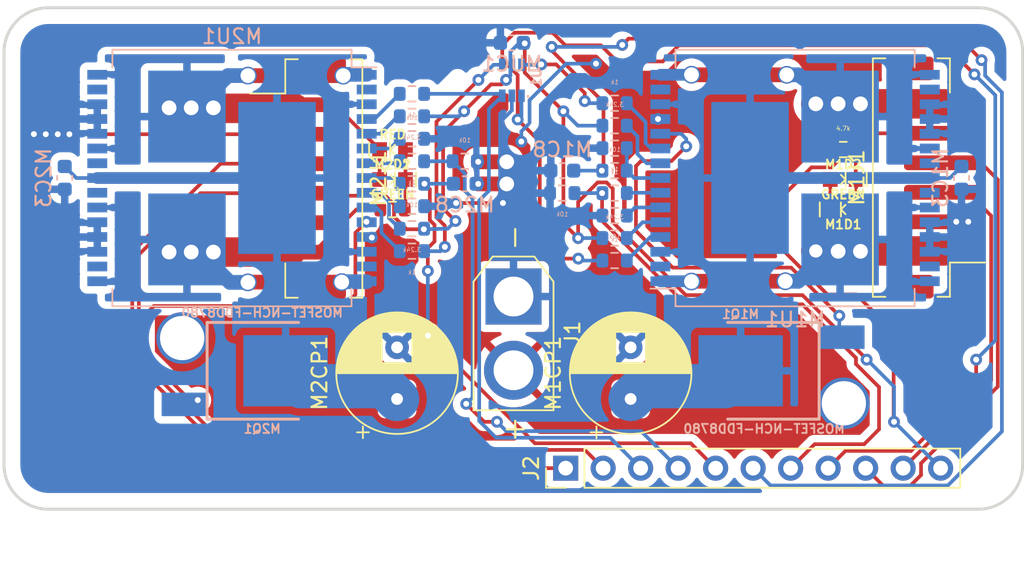
<source format=kicad_pcb>
(kicad_pcb (version 20211014) (generator pcbnew)
  (layers (0 "F.Cu" signal) (31 "B.Cu" signal) (34 "B.Paste" user) (35 "F.Paste" user) (36 "B.SilkS" user "B.Silkscreen") (37 "F.SilkS" user "F.Silkscreen") (38 "B.Mask" user) (39 "F.Mask" user) (44 "Edge.Cuts" user))
  (net 0 "")
  (net 1 "/M2CP")
  (net 2 "Net-(M2C3-Pad1)")
  (net 3 "/M1CP")
  (net 4 "Net-(M1C3-Pad1)")
  (net 5 "/M2INB")
  (net 6 "Net-(M2R10-Pad2)")
  (net 7 "/M2CS")
  (net 8 "Net-(M2R81-Pad2)")
  (net 9 "Net-(M1D1-Pad2)")
  (net 10 "/M1OUTA")
  (net 11 "/M1INA")
  (net 12 "Net-(M1R4-Pad2)")
  (net 13 "+3V3")
  (net 14 "Net-(M1R5-Pad2)")
  (net 15 "/M1CSDIS")
  (net 16 "Net-(M1R9-Pad2)")
  (net 17 "/M1INB")
  (net 18 "Net-(M1R10-Pad2)")
  (net 19 "/M1PWM")
  (net 20 "Net-(M1R71-Pad2)")
  (net 21 "/M1CS")
  (net 22 "Net-(M1R81-Pad2)")
  (net 23 "/M2PWM")
  (net 24 "Net-(M2R71-Pad2)")
  (net 25 "Net-(M2D1-Pad2)")
  (net 26 "/M2OUTA")
  (net 27 "/M2INA")
  (net 28 "Net-(M2R4-Pad2)")
  (net 29 "Net-(M2R5-Pad2)")
  (net 30 "/M2CSDIS")
  (net 31 "Net-(M2R9-Pad2)")
  (net 34 "/M1OUTB")
  (net 41 "/M2OUTB")
  (net 46 "/M1C2")
  (net 47 "/M1C1")
  (net 48 "/M2C2")
  (net 49 "/M2C1")
  (net 50 "GND")
  (net 51 "+12V")
  (footprint "LED:LED-0603" (layer "F.Cu") (at 183.833 104.6282)
    (fp_text reference "M1D2")
    (fp_text value "GREEN")
  )
  (footprint "Connector_JST:JST_PH_B6B-PH-SM4-TB_1x06-1MP_P2.00mm_Vertical" (layer "F.Cu") (at 146.896346 104.557 -90)
    (fp_text reference "M2J1")
    (fp_text value "Conn_01x06_Female")
  )
  (footprint "Capacitor_THT:CP_Radial_D8.0mm_P3.50mm" (layer "F.Cu") (at 153.609418 119.508651 90)
    (fp_text reference "M2CP1")
    (fp_text value "680µF")
  )
  (footprint "Resistor_SMD:R_0603_1608Metric" (layer "F.Cu") (at 183.833 102.5962 180)
    (fp_text reference "M1R0" hide)
    (fp_text value "4.7k")
  )
  (footprint "Capacitor_THT:CP_Radial_D8.0mm_P3.50mm" (layer "F.Cu") (at 169.431 119.508651 90)
    (fp_text reference "M1CP1")
    (fp_text value "680µF")
  )
  (footprint "Connector_JST:JST_PH_B6B-PH-SM4-TB_1x06-1MP_P2.00mm_Vertical" (layer "F.Cu") (at 190.2 104.4958 90)
    (fp_text reference "M1J1")
    (fp_text value "Conn_01x06_Female")
  )
  (footprint "Resistor_SMD:R_0603_1608Metric" (layer "F.Cu") (at 153.3017 106.6602 180)
    (fp_text reference "M2R0" hide)
    (fp_text value "4.7k")
  )
  (footprint "LED:LED-0603" (layer "F.Cu") (at 183.833 106.6602 180)
    (fp_text reference "M1D1")
    (fp_text value "RED")
  )
  (footprint "LED:LED-0603" (layer "F.Cu") (at 153.3017 102.5962 180)
    (fp_text reference "M2D1")
    (fp_text value "RED")
  )
  (footprint "Connector_AMASS:AMASS_XT30U-F_1x02_P5.0mm_Vertical" (layer "F.Cu") (at 161.4974 112.562 -90)
    (fp_text reference "J1")
    (fp_text value "Conn_01x02_Female")
  )
  (footprint "Connector_PinHeader_2.54mm:PinHeader_1x11_P2.54mm_Vertical" (layer "F.Cu") (at 165.0302 124.2 90)
    (fp_text reference "J2")
    (fp_text value "Conn_01x11_Male")
  )
  (footprint "LED:LED-0603" (layer "F.Cu") (at 153.3017 104.6282)
    (fp_text reference "M2D2")
    (fp_text value "GREEN")
  )
  (footprint "Resistor_SMD:R_0603_1608Metric" (layer "B.Cu") (at 154.6158 101.867235)
    (fp_text reference "M2R6" hide)
    (fp_text value "10k")
  )
  (footprint "Resistor_SMD:R_0603_1608Metric" (layer "B.Cu") (at 154.6158 100.343235 180)
    (fp_text reference "M2R5" hide)
    (fp_text value "3.24k")
  )
  (footprint "Capacitor_SMD:C_0603_1608Metric" (layer "B.Cu") (at 158.1954 104.915235)
    (fp_text reference "M2C8")
    (fp_text value "33nF")
  )
  (footprint "Package_SO:ST_MultiPowerSO-30" (layer "B.Cu") (at 142.4258 104.5264 180)
    (fp_text reference "M2U1")
    (fp_text value "VNH5019A-E")
  )
  (footprint "Resistor_SMD:R_0603_1608Metric" (layer "B.Cu") (at 154.6158 104.915235 180)
    (fp_text reference "M2R81" hide)
    (fp_text value "10k")
  )
  (footprint "Resistor_SMD:R_0603_1608Metric" (layer "B.Cu") (at 154.6158 103.391235 180)
    (fp_text reference "M2R71" hide)
    (fp_text value "1k")
  )
  (footprint "Resistor_SMD:R_0603_1608Metric" (layer "B.Cu") (at 168.3464 105.550235)
    (fp_text reference "M1R71" hide)
    (fp_text value "1k")
  )
  (footprint "Resistor_SMD:R_0603_1608Metric" (layer "B.Cu") (at 168.3464 104.026235)
    (fp_text reference "M1R81" hide)
    (fp_text value "10k")
  )
  (footprint "Resistor_SMD:R_0603_1608Metric" (layer "B.Cu") (at 168.3464 110.122235)
    (fp_text reference "M1R4" hide)
    (fp_text value "1k")
  )
  (footprint "Resistor_SMD:R_0603_1608Metric" (layer "B.Cu") (at 164.7994 105.550235 180)
    (fp_text reference "M1R72" hide)
    (fp_text value "10k")
  )
  (footprint "Resistor_SMD:R_0603_1608Metric" (layer "B.Cu") (at 158.1954 103.391235)
    (fp_text reference "M2R72" hide)
    (fp_text value "10k")
  )
  (footprint "Silicon-Standard:DPAK" (layer "B.Cu") (at 144.469135 117.597 90)
    (fp_text reference "M2Q1")
    (fp_text value "MOSFET-NCH-FDD8780")
  )
  (footprint "74LVC2G07GW_125:SOP65P210X110-6N" (layer "B.Cu") (at 161.3854 97.9 90)
    (fp_text reference "U1")
    (fp_text value "74LVC2G07GW,125")
  )
  (footprint "Package_SO:ST_MultiPowerSO-30" (layer "B.Cu") (at 180.5702 104.5264)
    (fp_text reference "M1U1")
    (fp_text value "VNH5019A-E")
  )
  (footprint "Resistor_SMD:R_0603_1608Metric" (layer "B.Cu") (at 154.6158 98.819235 180)
    (fp_text reference "M2R4" hide)
    (fp_text value "1k")
  )
  (footprint "Resistor_SMD:R_0603_1608Metric" (layer "B.Cu") (at 168.3464 107.074235 180)
    (fp_text reference "M1R6" hide)
    (fp_text value "10k")
  )
  (footprint "Capacitor_SMD:C_0603_1608Metric" (layer "B.Cu") (at 191.844982 104.516 -90)
    (fp_text reference "M1C3")
    (fp_text value "1µf")
  )
  (footprint "Capacitor_SMD:C_0603_1608Metric" (layer "B.Cu") (at 161.3854 95.36)
    (fp_text reference "MUC1")
    (fp_text value "0.1µF")
  )
  (footprint "Resistor_SMD:R_0603_1608Metric" (layer "B.Cu") (at 168.3464 99.454235)
    (fp_text reference "M1R10" hide)
    (fp_text value "1k")
  )
  (footprint "Resistor_SMD:R_0603_1608Metric" (layer "B.Cu") (at 168.3464 100.978235)
    (fp_text reference "M1R9" hide)
    (fp_text value "3.24k")
  )
  (footprint "Resistor_SMD:R_0603_1608Metric" (layer "B.Cu") (at 168.3464 108.598235)
    (fp_text reference "M1R5" hide)
    (fp_text value "3.24k")
  )
  (footprint "Silicon-Standard:DPAK" (layer "B.Cu") (at 178.471247 117.597 -90)
    (fp_text reference "M1Q1")
    (fp_text value "MOSFET-NCH-FDD8780")
  )
  (footprint "Resistor_SMD:R_0603_1608Metric" (layer "B.Cu") (at 168.3464 102.502235 180)
    (fp_text reference "M1R82" hide)
    (fp_text value "1k")
  )
  (footprint "Capacitor_SMD:C_0603_1608Metric" (layer "B.Cu") (at 164.7994 104.026235 180)
    (fp_text reference "M1C8")
    (fp_text value "33nF")
  )
  (footprint "Resistor_SMD:R_0603_1608Metric" (layer "B.Cu") (at 154.6158 109.487235 180)
    (fp_text reference "M2R10" hide)
    (fp_text value "1k")
  )
  (footprint "Resistor_SMD:R_0603_1608Metric" (layer "B.Cu") (at 154.6158 107.963235 180)
    (fp_text reference "M2R9" hide)
    (fp_text value "3.24k")
  )
  (footprint "Resistor_SMD:R_0603_1608Metric" (layer "B.Cu") (at 154.6158 106.439235)
    (fp_text reference "M2R82" hide)
    (fp_text value "1k")
  )
  (footprint "Capacitor_SMD:C_0603_1608Metric" (layer "B.Cu") (at 131.0954 104.516 -90)
    (fp_text reference "M2C3")
    (fp_text value "1µf")
  )
  (gr_line (start 195.9864 95.982) (end 195.9864 123.982) (layer "Edge.Cuts") (width 0.2))
  (gr_line (start 126.9864 123.982) (end 126.9864 95.982) (layer "Edge.Cuts") (width 0.2))
  (gr_line (start 129.9864 92.982) (end 192.9864 92.982) (layer "Edge.Cuts") (width 0.2))
  (gr_arc (start 192.9864 92.982) (mid 195.10772 93.86068) (end 195.9864 95.982) (layer "Edge.Cuts") (width 0.2))
  (gr_arc (start 126.9864 95.982) (mid 127.86508 93.86068) (end 129.9864 92.982) (layer "Edge.Cuts") (width 0.2))
  (gr_arc (start 195.9864 123.982) (mid 195.10772 126.10332) (end 192.9864 126.982) (layer "Edge.Cuts") (width 0.2))
  (gr_arc (start 129.9864 126.982) (mid 127.86508 126.10332) (end 126.9864 123.982) (layer "Edge.Cuts") (width 0.2))
  (gr_line (start 192.9864 126.982) (end 129.9864 126.982) (layer "Edge.Cuts") (width 0.2))
  (segment (start 150.786574 108.242626) (end 151.5364 107.4928) (width 0.25) (layer "F.Cu") (net 1))
  (segment (start 136.56812 116.576884) (end 136.56812 113.77428) (width 0.25) (layer "F.Cu") (net 1))
  (segment (start 140.1064 119.5832) (end 139.574436 119.5832) (width 0.25) (layer "F.Cu") (net 1))
  (segment (start 139.574436 119.5832) (end 136.56812 116.576884) (width 0.25) (layer "F.Cu") (net 1))
  (segment (start 136.56812 113.77428) (end 137.1346 113.2078) (width 0.25) (layer "F.Cu") (net 1))
  (segment (start 150.008039 113.2078) (end 150.786574 112.429265) (width 0.25) (layer "F.Cu") (net 1))
  (segment (start 150.786574 112.429265) (end 150.786574 108.242626) (width 0.25) (layer "F.Cu") (net 1))
  (segment (start 137.1346 113.2078) (end 150.008039 113.2078) (width 0.25) (layer "F.Cu") (net 1))
  (via (at 140.1064 119.5832) (size 0.8) (drill 0.4) (layers "F.Cu" "B.Cu") (net 1))
  (via (at 151.5364 107.4928) (size 0.8) (drill 0.4) (layers "F.Cu" "B.Cu") (net 1))
  (segment (start 152.742002 118.641235) (end 153.609418 119.508651) (width 3) (layer "B.Cu") (net 2))
  (segment (start 131.8808 104.5264) (end 133.3008 104.5264) (width 0.25) (layer "B.Cu") (net 2))
  (segment (start 146.056635 117.597) (end 147.10087 118.641235) (width 3) (layer "B.Cu") (net 2))
  (segment (start 145.4758 104.5264) (end 133.3008 104.5264) (width 0.8) (layer "B.Cu") (net 2))
  (segment (start 147.10087 118.641235) (end 152.742002 118.641235) (width 3) (layer "B.Cu") (net 2))
  (segment (start 131.0954 103.741) (end 131.8808 104.5264) (width 0.25) (layer "B.Cu") (net 2))
  (segment (start 169.792379 108.116979) (end 172.277289 110.601889) (width 0.25) (layer "F.Cu") (net 3))
  (segment (start 180.303271 110.601889) (end 183.564582 113.8632) (width 0.25) (layer "F.Cu") (net 3))
  (segment (start 170.1334 103.378) (end 169.792379 103.719021) (width 0.25) (layer "F.Cu") (net 3))
  (segment (start 173.19588 102.37648) (end 172.19436 103.378) (width 0.25) (layer "F.Cu") (net 3))
  (segment (start 172.277289 110.601889) (end 180.303271 110.601889) (width 0.25) (layer "F.Cu") (net 3))
  (segment (start 172.19436 103.378) (end 170.1334 103.378) (width 0.25) (layer "F.Cu") (net 3))
  (segment (start 169.792379 103.719021) (end 169.792379 108.116979) (width 0.25) (layer "F.Cu") (net 3))
  (via (at 173.19588 102.37648) (size 0.8) (drill 0.4) (layers "F.Cu" "B.Cu") (net 3))
  (via (at 183.564582 113.8632) (size 0.8) (drill 0.4) (layers "F.Cu" "B.Cu") (net 3))
  (segment (start 183.564582 115.103355) (end 183.779847 115.31862) (width 0.25) (layer "B.Cu") (net 3))
  (segment (start 183.564582 113.8632) (end 183.564582 115.103355) (width 0.25) (layer "B.Cu") (net 3))
  (segment (start 173.19588 102.37648) (end 173.19588 101.86848) (width 0.25) (layer "B.Cu") (net 3))
  (segment (start 173.19588 101.86848) (end 172.8538 101.5264) (width 0.25) (layer "B.Cu") (net 3))
  (segment (start 172.8538 101.5264) (end 171.4452 101.5264) (width 0.25) (layer "B.Cu") (net 3))
  (segment (start 170.298416 118.641235) (end 169.431 119.508651) (width 3) (layer "B.Cu") (net 4))
  (segment (start 189.6952 104.5264) (end 177.5202 104.5264) (width 0.8) (layer "B.Cu") (net 4))
  (segment (start 191.844982 103.741) (end 191.059582 104.5264) (width 0.25) (layer "B.Cu") (net 4))
  (segment (start 191.059582 104.5264) (end 189.6952 104.5264) (width 0.25) (layer "B.Cu") (net 4))
  (segment (start 176.883747 117.597) (end 175.839512 118.641235) (width 3) (layer "B.Cu") (net 4))
  (segment (start 175.839512 118.641235) (end 170.298416 118.641235) (width 3) (layer "B.Cu") (net 4))
  (segment (start 156.27852 107.196388) (end 156.27852 100.71688) (width 0.25) (layer "F.Cu") (net 5))
  (segment (start 156.845 109.1946) (end 156.845 107.762868) (width 0.25) (layer "F.Cu") (net 5))
  (segment (start 156.27852 100.71688) (end 159.1204 97.875) (width 0.25) (layer "F.Cu") (net 5))
  (segment (start 156.845 107.762868) (end 156.27852 107.196388) (width 0.25) (layer "F.Cu") (net 5))
  (via (at 159.1204 97.875) (size 0.8) (drill 0.4) (layers "F.Cu" "B.Cu") (net 5))
  (via (at 156.845 109.1946) (size 0.8) (drill 0.4) (layers "F.Cu" "B.Cu") (net 5))
  (segment (start 156.845 109.1946) (end 156.552365 109.487235) (width 0.25) (layer "B.Cu") (net 5))
  (segment (start 160.7354 96.85) (end 160.1454 96.85) (width 0.25) (layer "B.Cu") (net 5))
  (segment (start 156.552365 109.487235) (end 155.4408 109.487235) (width 0.25) (layer "B.Cu") (net 5))
  (segment (start 160.1454 96.85) (end 159.1204 97.875) (width 0.25) (layer "B.Cu") (net 5))
  (segment (start 152.550311 108.246746) (end 153.7908 109.487235) (width 0.25) (layer "B.Cu") (net 6))
  (segment (start 152.204822 106.5264) (end 152.550311 106.871889) (width 0.25) (layer "B.Cu") (net 6))
  (segment (start 151.5508 106.5264) (end 152.204822 106.5264) (width 0.25) (layer "B.Cu") (net 6))
  (segment (start 152.550311 106.871889) (end 152.550311 108.246746) (width 0.25) (layer "B.Cu") (net 6))
  (segment (start 155.692889 110.829311) (end 155.692889 109.279911) (width 0.25) (layer "F.Cu") (net 7))
  (segment (start 156.147111 108.825689) (end 156.147111 107.700697) (width 0.25) (layer "F.Cu") (net 7))
  (segment (start 173.50208 122.51188) (end 175.1902 124.2) (width 0.25) (layer "F.Cu") (net 7))
  (segment (start 155.829 105.280075) (end 155.46416 104.915235) (width 0.25) (layer "F.Cu") (net 7))
  (segment (start 155.702 115.2652) (end 162.94868 122.51188) (width 0.25) (layer "F.Cu") (net 7))
  (segment (start 156.147111 107.700697) (end 155.829 107.382586) (width 0.25) (layer "F.Cu") (net 7))
  (segment (start 155.829 107.382586) (end 155.829 105.280075) (width 0.25) (layer "F.Cu") (net 7))
  (segment (start 162.94868 122.51188) (end 173.50208 122.51188) (width 0.25) (layer "F.Cu") (net 7))
  (segment (start 155.702 115.2144) (end 155.702 115.2652) (width 0.25) (layer "F.Cu") (net 7))
  (segment (start 155.692889 109.279911) (end 156.147111 108.825689) (width 0.25) (layer "F.Cu") (net 7))
  (via (at 155.46416 104.915235) (size 0.8) (drill 0.4) (layers "F.Cu" "B.Cu") (net 7))
  (via (at 155.702 115.2144) (size 0.8) (drill 0.4) (layers "F.Cu" "B.Cu") (net 7))
  (via (at 155.692889 110.829311) (size 0.8) (drill 0.4) (layers "F.Cu" "B.Cu") (net 7))
  (segment (start 155.702 115.2144) (end 155.692889 115.205289) (width 0.25) (layer "B.Cu") (net 7))
  (segment (start 155.46416 104.915235) (end 157.34704 104.915235) (width 0.25) (layer "B.Cu") (net 7))
  (segment (start 155.692889 115.205289) (end 155.692889 110.829311) (width 0.25) (layer "B.Cu") (net 7))
  (segment (start 151.5508 104.5264) (end 153.401965 104.5264) (width 0.25) (layer "B.Cu") (net 8))
  (segment (start 153.7908 104.915235) (end 153.7908 106.439235) (width 0.25) (layer "B.Cu") (net 8))
  (segment (start 153.401965 104.5264) (end 153.7908 104.915235) (width 0.25) (layer "B.Cu") (net 8))
  (segment (start 184.7093 104.6282) (end 184.7093 106.6602) (width 0.25) (layer "F.Cu") (net 9))
  (segment (start 184.68136 102.5962) (end 184.68136 104.60026) (width 0.25) (layer "F.Cu") (net 9))
  (segment (start 182.9567 106.6602) (end 182.9567 109.0229) (width 0.25) (layer "F.Cu") (net 10))
  (segment (start 181.975 109.4722) (end 183.406 109.4722) (width 2) (layer "F.Cu") (net 10))
  (segment (start 179.910565 111.5264) (end 173.571635 111.5264) (width 1) (layer "F.Cu") (net 10))
  (segment (start 173.5534 111.544635) (end 173.571635 111.5264) (width 0.25) (layer "F.Cu") (net 10))
  (segment (start 182.9567 104.6282) (end 182.9567 106.6602) (width 0.25) (layer "F.Cu") (net 10))
  (segment (start 182.9567 109.0229) (end 183.406 109.4722) (width 0.25) (layer "F.Cu") (net 10))
  (segment (start 183.406 109.4722) (end 190.6764 109.4722) (width 2) (layer "F.Cu") (net 10))
  (via (at 179.910565 111.5264) (size 1.2) (drill 1) (layers "F.Cu" "B.Cu") (net 10))
  (via (at 181.975 109.4722) (size 1.3) (drill 0.9) (layers "F.Cu" "B.Cu") (net 10))
  (via (at 183.4876 109.4958) (size 1.5) (drill 1) (layers "F.Cu" "B.Cu") (net 10))
  (via (at 185 109.4972) (size 1.5) (drill 1) (layers "F.Cu" "B.Cu") (net 10))
  (via (at 173.5534 111.544635) (size 1.2) (drill 1) (layers "F.Cu" "B.Cu") (net 10))
  (segment (start 183.6202 109.207297) (end 183.6202 108.6914) (width 1) (layer "B.Cu") (net 10))
  (segment (start 183.432117 109.39538) (end 182.91622 109.39538) (width 1) (layer "B.Cu") (net 10))
  (segment (start 183.432117 109.39538) (end 183.6202 109.207297) (width 1) (layer "B.Cu") (net 10))
  (segment (start 182.91622 109.39538) (end 180.7852 111.5264) (width 1) (layer "B.Cu") (net 10))
  (segment (start 171.4452 111.5264) (end 173.535165 111.5264) (width 0.8) (layer "B.Cu") (net 10))
  (segment (start 173.535165 111.5264) (end 173.5534 111.544635) (width 0.25) (layer "B.Cu") (net 10))
  (segment (start 180.7852 111.5264) (end 179.910565 111.5264) (width 1) (layer "B.Cu") (net 10))
  (segment (start 164.7754 109.99) (end 165.8854 109.99) (width 0.25) (layer "F.Cu") (net 11))
  (segment (start 183.984711 123.025489) (end 188.405089 123.025489) (width 0.25) (layer "F.Cu") (net 11))
  (segment (start 161.781099 97.541417) (end 161.781099 100.562899) (width 0.25) (layer "F.Cu") (net 11))
  (segment (start 160.7354 96.495718) (end 161.781099 97.541417) (width 0.25) (layer "F.Cu") (net 11))
  (segment (start 192.8368 118.617682) (end 192.8368 116.84) (width 0.25) (layer "F.Cu") (net 11))
  (segment (start 160.7354 95.504) (end 160.7354 96.495718) (width 0.25) (layer "F.Cu") (net 11))
  (segment (start 190.749682 95.53) (end 172.6982 95.53) (width 0.25) (layer "F.Cu") (net 11))
  (segment (start 182.8102 124.2) (end 183.984711 123.025489) (width 0.25) (layer "F.Cu") (net 11))
  (segment (start 192.720041 97.500359) (end 190.749682 95.53) (width 0.25) (layer "F.Cu") (net 11))
  (segment (start 172.6982 95.53) (end 171.6066 96.6216) (width 0.25) (layer "F.Cu") (net 11))
  (segment (start 163.2754 102.0572) (end 163.2754 108.49) (width 0.25) (layer "F.Cu") (net 11))
  (segment (start 161.781099 100.562899) (end 163.2754 102.0572) (width 0.25) (layer "F.Cu") (net 11))
  (segment (start 171.6066 96.6216) (end 168.5078 96.6216) (width 0.25) (layer "F.Cu") (net 11))
  (segment (start 164.150889 94.675489) (end 161.563911 94.675489) (width 0.25) (layer "F.Cu") (net 11))
  (segment (start 168.5078 96.6216) (end 167.4162 95.53) (width 0.25) (layer "F.Cu") (net 11))
  (segment (start 167.4162 95.53) (end 165.0054 95.53) (width 0.25) (layer "F.Cu") (net 11))
  (segment (start 161.563911 94.675489) (end 160.7354 95.504) (width 0.25) (layer "F.Cu") (net 11))
  (segment (start 188.405089 123.025489) (end 188.417041 123.037441) (width 0.25) (layer "F.Cu") (net 11))
  (segment (start 165.0054 95.53) (end 164.150889 94.675489) (width 0.25) (layer "F.Cu") (net 11))
  (segment (start 163.2754 108.49) (end 164.7754 109.99) (width 0.25) (layer "F.Cu") (net 11))
  (segment (start 188.417041 123.037441) (end 192.8368 118.617682) (width 0.25) (layer "F.Cu") (net 11))
  (via (at 165.8854 109.99) (size 0.8) (drill 0.4) (layers "F.Cu" "B.Cu") (net 11))
  (via (at 192.720041 97.500359) (size 0.8) (drill 0.4) (layers "F.Cu" "B.Cu") (net 11))
  (via (at 161.781099 100.562899) (size 0.8) (drill 0.4) (layers "F.Cu" "B.Cu") (net 11))
  (via (at 192.8368 116.84) (size 0.8) (drill 0.4) (layers "F.Cu" "B.Cu") (net 11))
  (segment (start 167.5214 110.122235) (end 166.017635 110.122235) (width 0.25) (layer "B.Cu") (net 11))
  (segment (start 162.0354 100.308598) (end 162.0354 98.95) (width 0.25) (layer "B.Cu") (net 11))
  (segment (start 194.1322 115.5446) (end 194.1322 98.9076) (width 0.25) (layer "B.Cu") (net 11))
  (segment (start 194.1322 98.9076) (end 192.7606 97.536) (width 0.25) (layer "B.Cu") (net 11))
  (segment (start 166.017635 110.122235) (end 165.8854 109.99) (width 0.25) (layer "B.Cu") (net 11))
  (segment (start 161.781099 100.562899) (end 162.0354 100.308598) (width 0.25) (layer "B.Cu") (net 11))
  (segment (start 192.8368 116.84) (end 194.1322 115.5446) (width 0.25) (layer "B.Cu") (net 11))
  (segment (start 170.767235 108.5264) (end 171.4452 108.5264) (width 0.25) (layer "B.Cu") (net 12))
  (segment (start 169.1714 110.122235) (end 170.767235 108.5264) (width 0.25) (layer "B.Cu") (net 12))
  (segment (start 150.277221 105.729379) (end 148.4496 107.557) (width 0.25) (layer "F.Cu") (net 13))
  (segment (start 152.820979 105.729379) (end 150.277221 105.729379) (width 0.25) (layer "F.Cu") (net 13))
  (segment (start 160.994105 97.873554) (end 160.689659 98.178) (width 0.25) (layer "F.Cu") (net 13))
  (segment (start 179.959 109.621901) (end 179.959 105.529569) (width 0.25) (layer "F.Cu") (net 13))
  (segment (start 156.72804 101.427692) (end 158.153566 100.002166) (width 0.25) (layer "F.Cu") (net 13))
  (segment (start 160.689659 98.178) (end 159.9734 98.178) (width 0.25) (layer "F.Cu") (net 13))
  (segment (start 183.93348 102.903499) (end 183.93348 102.103937) (width 0.25) (layer "F.Cu") (net 13))
  (segment (start 155.4226 108.0008) (end 154.250517 108.0008) (width 0.25) (layer "F.Cu") (net 13))
  (segment (start 168.222551 105.250132) (end 167.798143 104.825724) (width 0.25) (layer "F.Cu") (net 13))
  (segment (start 157.5659 107.442) (end 156.72804 106.60414) (width 0.25) (layer "F.Cu") (net 13))
  (segment (start 187.2488 121.031) (end 187.2488 114.9604) (width 0.25) (layer "F.Cu") (net 13))
  (segment (start 148.4496 107.557) (end 146.396346 107.557) (width 0.25) (layer "F.Cu") (net 13))
  (segment (start 181.68399 103.804579) (end 183.0324 103.804579) (width 0.25) (layer "F.Cu") (net 13))
  (segment (start 164.8754 100) (end 164.8754 107.6) (width 0.25) (layer "F.Cu") (net 13))
  (segment (start 153.40218 107.152463) (end 153.40218 106.31058) (width 0.25) (layer "F.Cu") (net 13))
  (segment (start 164.8754 107.6) (end 165.8754 108.6) (width 0.25) (layer "F.Cu") (net 13))
  (segment (start 181.074546 112.469146) (end 173.170454 112.469146) (width 0.25) (layer "F.Cu") (net 13))
  (segment (start 154.250517 108.0008) (end 153.40218 107.152463) (width 0.25) (layer "F.Cu") (net 13))
  (segment (start 156.72804 106.60414) (end 156.72804 101.427692) (width 0.25) (layer "F.Cu") (net 13))
  (segment (start 185.42 116.84) (end 185.42 116.8146) (width 0.25) (layer "F.Cu") (net 13))
  (segment (start 187.2488 114.9604) (end 184.7088 112.4204) (width 0.25) (layer "F.Cu") (net 13))
  (segment (start 162.2594 97.384) (end 164.8754 100) (width 0.25) (layer "F.Cu") (net 13))
  (segment (start 153.40218 106.31058) (end 152.820979 105.729379) (width 0.25) (layer "F.Cu") (net 13))
  (segment (start 182.757499 112.4204) (end 179.959 109.621901) (width 0.25) (layer "F.Cu") (net 13))
  (segment (start 165.8754 106.148261) (end 165.8754 108.6) (width 0.25) (layer "F.Cu") (net 13))
  (segment (start 168.222551 107.521243) (end 168.222551 105.250132) (width 0.25) (layer "F.Cu") (net 13))
  (segment (start 167.798143 104.825724) (end 167.197937 104.825724) (width 0.25) (layer "F.Cu") (net 13))
  (segment (start 183.0324 103.804579) (end 183.93348 102.903499) (width 0.25) (layer "F.Cu") (net 13))
  (segment (start 185.42 116.8146) (end 181.074546 112.469146) (width 0.25) (layer "F.Cu") (net 13))
  (segment (start 159.9734 98.178) (end 158.1514 100) (width 0.25) (layer "F.Cu") (net 13))
  (segment (start 183.93348 102.103937) (end 184.541617 101.4958) (width 0.25) (layer "F.Cu") (net 13))
  (segment (start 167.197937 104.825724) (end 165.8754 106.148261) (width 0.25) (layer "F.Cu") (net 13))
  (segment (start 173.170454 112.469146) (end 168.222551 107.521243) (width 0.25) (layer "F.Cu") (net 13))
  (segment (start 162.2594 95.399989) (end 162.2594 97.384) (width 0.25) (layer "F.Cu") (net 13))
  (segment (start 179.959 105.529569) (end 181.68399 103.804579) (width 0.25) (layer "F.Cu") (net 13))
  (segment (start 184.7088 112.4204) (end 182.757499 112.4204) (width 0.25) (layer "F.Cu") (net 13))
  (segment (start 184.541617 101.4958) (end 190.7 101.4958) (width 0.25) (layer "F.Cu") (net 13))
  (segment (start 187.2742 121.0564) (end 187.2488 121.031) (width 0.25) (layer "F.Cu") (net 13))
  (via (at 165.8754 108.6) (size 0.8) (drill 0.4) (layers "F.Cu" "B.Cu") (net 13))
  (via (at 185.42 116.84) (size 0.8) (drill 0.4) (layers "F.Cu" "B.Cu") (net 13))
  (via (at 164.8754 100) (size 0.8) (drill 0.4) (layers "F.Cu" "B.Cu") (net 13))
  (via (at 157.5659 107.442) (size 0.8) (drill 0.4) (layers "F.Cu" "B.Cu") (net 13))
  (via (at 187.2742 121.0564) (size 0.8) (drill 0.4) (layers "F.Cu" "B.Cu") (net 13))
  (via (at 155.4226 108.0008) (size 0.8) (drill 0.4) (layers "F.Cu" "B.Cu") (net 13))
  (via (at 158.1514 100) (size 0.8) (drill 0.4) (layers "F.Cu" "B.Cu") (net 13))
  (via (at 160.994105 97.873554) (size 0.8) (drill 0.4) (layers "F.Cu" "B.Cu") (net 13))
  (via (at 162.2594 95.399989) (size 0.8) (drill 0.4) (layers "F.Cu" "B.Cu") (net 13))
  (segment (start 155.4408 100.343235) (end 157.808165 100.343235) (width 0.25) (layer "B.Cu") (net 13))
  (segment (start 165.877165 108.598235) (end 165.8754 108.6) (width 0.25) (layer "B.Cu") (net 13))
  (segment (start 157.044665 107.963235) (end 156.838165 107.963235) (width 0.25) (layer "B.Cu") (net 13))
  (segment (start 161.284911 95.970489) (end 161.8954 95.36) (width 0.25) (layer "B.Cu") (net 13))
  (segment (start 185.42 116.84) (end 185.4454 116.84) (width 0.25) (layer "B.Cu") (net 13))
  (segment (start 167.5214 100.978235) (end 165.853635 100.978235) (width 0.25) (layer "B.Cu") (net 13))
  (segment (start 161.010868 97.873554) (end 161.284911 97.599511) (width 0.25) (layer "B.Cu") (net 13))
  (segment (start 187.2742 118.6688) (end 187.2742 121.044) (width 0.25) (layer "B.Cu") (net 13))
  (segment (start 187.2742 121.044) (end 190.4302 124.2) (width 0.25) (layer "B.Cu") (net 13))
  (segment (start 161.8954 95.36) (end 162.1604 95.36) (width 0.25) (layer "B.Cu") (net 13))
  (segment (start 157.808165 100.343235) (end 158.1514 100) (width 0.25) (layer "B.Cu") (net 13))
  (segment (start 161.284911 97.599511) (end 161.284911 95.970489) (width 0.25) (layer "B.Cu") (net 13))
  (segment (start 155.4226 108.0008) (end 156.838165 107.963235) (width 0.25) (layer "B.Cu") (net 13))
  (segment (start 167.5214 108.598235) (end 165.877165 108.598235) (width 0.25) (layer "B.Cu") (net 13))
  (segment (start 185.4454 116.84) (end 187.2742 118.6688) (width 0.25) (layer "B.Cu") (net 13))
  (segment (start 156.838165 107.963235) (end 156.8414 107.96) (width 0.25) (layer "B.Cu") (net 13))
  (segment (start 157.5659 107.442) (end 157.044665 107.963235) (width 0.25) (layer "B.Cu") (net 13))
  (segment (start 155.4408 107.963235) (end 155.4226 108.0008) (width 0.25) (layer "B.Cu") (net 13))
  (segment (start 160.994105 97.873554) (end 161.010868 97.873554) (width 0.25) (layer "B.Cu") (net 13))
  (segment (start 162.2594 95.399989) (end 162.2594 95.384705) (width 0.25) (layer "B.Cu") (net 13))
  (segment (start 165.853635 100.978235) (end 164.8754 100) (width 0.25) (layer "B.Cu") (net 13))
  (segment (start 171.4452 107.5264) (end 170.243235 107.5264) (width 0.25) (layer "B.Cu") (net 14))
  (segment (start 170.243235 107.5264) (end 169.1714 108.598235) (width 0.25) (layer "B.Cu") (net 14))
  (segment (start 169.719235 106.5264) (end 169.1714 107.074235) (width 0.25) (layer "B.Cu") (net 15))
  (segment (start 171.4452 106.5264) (end 169.719235 106.5264) (width 0.25) (layer "B.Cu") (net 15))
  (segment (start 169.89592 101.702755) (end 169.1714 100.978235) (width 0.25) (layer "B.Cu") (net 16))
  (segment (start 170.5202 103.5264) (end 169.89592 102.90212) (width 0.25) (layer "B.Cu") (net 16))
  (segment (start 169.89592 102.90212) (end 169.89592 101.702755) (width 0.25) (layer "B.Cu") (net 16))
  (segment (start 171.4452 103.5264) (end 170.5202 103.5264) (width 0.25) (layer "B.Cu") (net 16))
  (segment (start 166.3234 98.759103) (end 166.3234 99.314) (width 0.25) (layer "F.Cu") (net 17))
  (segment (start 164.389097 96.8248) (end 166.3234 98.759103) (width 0.25) (layer "F.Cu") (net 17))
  (segment (start 163.377 96.8248) (end 164.389097 96.8248) (width 0.25) (layer "F.Cu") (net 17))
  (via (at 166.3234 99.314) (size 0.8) (drill 0.4) (layers "F.Cu" "B.Cu") (net 17))
  (via (at 163.377 96.8248) (size 0.8) (drill 0.4) (layers "F.Cu" "B.Cu") (net 17))
  (segment (start 163.3518 96.85) (end 162.0354 96.85) (width 0.25) (layer "B.Cu") (net 17))
  (segment (start 166.3234 99.314) (end 166.463635 99.454235) (width 0.25) (layer "B.Cu") (net 17))
  (segment (start 166.463635 99.454235) (end 167.5214 99.454235) (width 0.25) (layer "B.Cu") (net 17))
  (segment (start 163.377 96.8248) (end 163.3518 96.85) (width 0.25) (layer "B.Cu") (net 17))
  (segment (start 170.445689 100.728524) (end 169.1714 99.454235) (width 0.25) (layer "B.Cu") (net 18))
  (segment (start 170.81616 102.5264) (end 170.445689 102.155929) (width 0.25) (layer "B.Cu") (net 18))
  (segment (start 171.4452 102.5264) (end 170.81616 102.5264) (width 0.25) (layer "B.Cu") (net 18))
  (segment (start 170.445689 102.155929) (end 170.445689 100.728524) (width 0.25) (layer "B.Cu") (net 18))
  (segment (start 167.49804 107.432449) (end 173.157461 113.09187) (width 0.25) (layer "F.Cu") (net 19))
  (segment (start 186.2582 121.5644) (end 185.246631 122.575969) (width 0.25) (layer "F.Cu") (net 19))
  (segment (start 173.157461 113.09187) (end 181.061552 113.09187) (width 0.25) (layer "F.Cu") (net 19))
  (segment (start 186.2582 118.702814) (end 186.2582 121.5644) (width 0.25) (layer "F.Cu") (net 19))
  (segment (start 181.061552 113.09187) (end 184.695489 116.725807) (width 0.25) (layer "F.Cu") (net 19))
  (segment (start 181.894231 122.575969) (end 180.2702 124.2) (width 0.25) (layer "F.Cu") (net 19))
  (segment (start 185.246631 122.575969) (end 181.894231 122.575969) (width 0.25) (layer "F.Cu") (net 19))
  (segment (start 184.695489 117.140103) (end 186.2582 118.702814) (width 0.25) (layer "F.Cu") (net 19))
  (segment (start 167.49804 105.550235) (end 167.49804 107.432449) (width 0.25) (layer "F.Cu") (net 19))
  (segment (start 184.695489 116.725807) (end 184.695489 117.140103) (width 0.25) (layer "F.Cu") (net 19))
  (via (at 167.49804 105.550235) (size 0.8) (drill 0.4) (layers "F.Cu" "B.Cu") (net 19))
  (segment (start 167.49804 105.550235) (end 165.64776 105.550235) (width 0.25) (layer "B.Cu") (net 19))
  (segment (start 171.4452 105.5264) (end 169.195235 105.5264) (width 0.25) (layer "B.Cu") (net 20))
  (segment (start 169.195235 105.5264) (end 169.1714 105.550235) (width 0.25) (layer "B.Cu") (net 20))
  (segment (start 167.5934 103.91247) (end 167.479635 104.026235) (width 0.25) (layer "F.Cu") (net 21))
  (segment (start 167.5934 99.393385) (end 167.5934 103.91247) (width 0.25) (layer "F.Cu") (net 21))
  (segment (start 164.086492 95.63569) (end 164.086492 95.886478) (width 0.25) (layer "F.Cu") (net 21))
  (segment (start 169.28692 95.08048) (end 191.77828 95.08048) (width 0.25) (layer "F.Cu") (net 21))
  (segment (start 168.8634 95.504) (end 169.28692 95.08048) (width 0.25) (layer "F.Cu") (net 21))
  (segment (start 191.77828 95.08048) (end 193.201874 96.534814) (width 0.25) (layer "F.Cu") (net 21))
  (segment (start 164.086492 95.886478) (end 167.5934 99.393385) (width 0.25) (layer "F.Cu") (net 21))
  (via (at 164.086492 95.63569) (size 0.8) (drill 0.4) (layers "F.Cu" "B.Cu") (net 21))
  (via (at 193.201874 96.534814) (size 0.8) (drill 0.4) (layers "F.Cu" "B.Cu") (net 21))
  (via (at 167.479635 104.026235) (size 0.8) (drill 0.4) (layers "F.Cu" "B.Cu") (net 21))
  (via (at 168.8634 95.504) (size 0.8) (drill 0.4) (layers "F.Cu" "B.Cu") (net 21))
  (segment (start 178.904711 125.374511) (end 177.7302 124.2) (width 0.25) (layer "B.Cu") (net 21))
  (segment (start 193.444552 97.584234) (end 194.58172 98.721403) (width 0.25) (layer "B.Cu") (net 21))
  (segment (start 193.201874 96.534814) (end 193.444552 96.777492) (width 0.25) (layer "B.Cu") (net 21))
  (segment (start 167.479635 104.026235) (end 165.64776 104.026235) (width 0.25) (layer "B.Cu") (net 21))
  (segment (start 194.58172 121.70949) (end 190.916699 125.374511) (width 0.25) (layer "B.Cu") (net 21))
  (segment (start 193.444552 96.777492) (end 193.444552 97.584234) (width 0.25) (layer "B.Cu") (net 21))
  (segment (start 167.49804 104.026235) (end 167.479635 104.026235) (width 0.25) (layer "B.Cu") (net 21))
  (segment (start 190.916699 125.374511) (end 178.904711 125.374511) (width 0.25) (layer "B.Cu") (net 21))
  (segment (start 168.73171 95.63569) (end 168.8634 95.504) (width 0.25) (layer "B.Cu") (net 21))
  (segment (start 194.58172 98.721403) (end 194.58172 121.70949) (width 0.25) (layer "B.Cu") (net 21))
  (segment (start 164.086492 95.63569) (end 168.73171 95.63569) (width 0.25) (layer "B.Cu") (net 21))
  (segment (start 169.1714 102.502235) (end 169.1714 104.026235) (width 0.25) (layer "B.Cu") (net 22))
  (segment (start 169.671565 104.5264) (end 169.1714 104.026235) (width 0.25) (layer "B.Cu") (net 22))
  (segment (start 171.4452 104.5264) (end 169.671565 104.5264) (width 0.25) (layer "B.Cu") (net 22))
  (segment (start 159.512 121.0564) (end 160.3756 121.0564) (width 0.25) (layer "F.Cu") (net 23))
  (segment (start 158.2928 119.8372) (end 159.512 121.0564) (width 0.25) (layer "F.Cu") (net 23))
  (via (at 158.2928 119.8372) (size 0.8) (drill 0.4) (layers "F.Cu" "B.Cu") (net 23))
  (via (at 160.3756 121.0564) (size 0.8) (drill 0.4) (layers "F.Cu" "B.Cu") (net 23))
  (segment (start 168.232908 121.686991) (end 168.237317 121.6914) (width 0.25) (layer "B.Cu") (net 23))
  (segment (start 158.19588 104.216715) (end 158.19588 105.392853) (width 0.25) (layer "B.Cu") (net 23))
  (segment (start 157.3704 103.391235) (end 158.19588 104.216715) (width 0.25) (layer "B.Cu") (net 23))
  (segment (start 161.006191 121.686991) (end 168.232908 121.686991) (width 0.25) (layer "B.Cu") (net 23))
  (segment (start 168.237317 121.6914) (end 170.1416 121.6914) (width 0.25) (layer "B.Cu") (net 23))
  (segment (start 158.19588 105.392853) (end 158.723369 105.920342) (width 0.25) (layer "B.Cu") (net 23))
  (segment (start 155.46416 103.391235) (end 157.34704 103.391235) (width 0.25) (layer "B.Cu") (net 23))
  (segment (start 158.723369 105.920342) (end 158.723369 119.406631) (width 0.25) (layer "B.Cu") (net 23))
  (segment (start 158.723369 119.406631) (end 158.2928 119.8372) (width 0.25) (layer "B.Cu") (net 23))
  (segment (start 170.1416 121.6914) (end 172.6502 124.2) (width 0.25) (layer "B.Cu") (net 23))
  (segment (start 160.3756 121.0564) (end 161.006191 121.686991) (width 0.25) (layer "B.Cu") (net 23))
  (segment (start 153.655635 103.5264) (end 153.7908 103.391235) (width 0.25) (layer "B.Cu") (net 24))
  (segment (start 151.5508 103.5264) (end 153.655635 103.5264) (width 0.25) (layer "B.Cu") (net 24))
  (segment (start 154.178 104.6282) (end 154.178 106.63226) (width 0.25) (layer "F.Cu") (net 25))
  (segment (start 154.178 102.5962) (end 154.178 104.6282) (width 0.25) (layer "F.Cu") (net 25))
  (segment (start 138.2008 99.8022) (end 146.658108 99.8022) (width 2) (layer "F.Cu") (net 26))
  (segment (start 152.4254 104.6282) (end 152.4254 102.5962) (width 0.25) (layer "F.Cu") (net 26))
  (segment (start 149.3862 99.557) (end 146.396346 99.557) (width 0.25) (layer "F.Cu") (net 26))
  (segment (start 152.4254 102.5962) (end 149.3862 99.557) (width 0.25) (layer "F.Cu") (net 26))
  (segment (start 143.51 97.5868) (end 149.9616 97.5868) (width 1) (layer "F.Cu") (net 26))
  (via (at 143.504898 97.581698) (size 1.2) (drill 1) (layers "F.Cu" "B.Cu") (net 26))
  (via (at 149.9616 97.5868) (size 1.2) (drill 1) (layers "F.Cu" "B.Cu") (net 26))
  (via (at 138.166 99.7674) (size 1.5) (drill 1) (layers "F.Cu" "B.Cu") (net 26))
  (via (at 141.166 99.7674) (size 1.5) (drill 1) (layers "F.Cu" "B.Cu") (net 26))
  (via (at 139.666 99.7674) (size 1.5) (drill 1) (layers "F.Cu" "B.Cu") (net 26))
  (segment (start 149.9616 97.5868) (end 150.051511 97.496889) (width 1) (layer "B.Cu") (net 26))
  (segment (start 150.051511 97.496889) (end 151.5508 97.496889) (width 1) (layer "B.Cu") (net 26))
  (segment (start 142.155502 97.581698) (end 143.504898 97.581698) (width 1) (layer "B.Cu") (net 26))
  (segment (start 139.3758 100.3614) (end 142.155502 97.581698) (width 1) (layer "B.Cu") (net 26))
  (segment (start 155.4408 98.819235) (end 160.604635 98.819235) (width 0.25) (layer "B.Cu") (net 27))
  (segment (start 159.172889 106.053911) (end 159.830111 105.396689) (width 0.25) (layer "B.Cu") (net 27))
  (segment (start 159.172889 120.996689) (end 159.172889 106.053911) (width 0.25) (layer "B.Cu") (net 27))
  (segment (start 160.604635 98.819235) (end 160.7354 98.95) (width 0.25) (layer "B.Cu") (net 27))
  (segment (start 159.830111 99.855289) (end 160.7354 98.95) (width 0.25) (layer "B.Cu") (net 27))
  (segment (start 159.830111 105.396689) (end 159.830111 99.855289) (width 0.25) (layer "B.Cu") (net 27))
  (segment (start 160.312711 122.136511) (end 159.172889 120.996689) (width 0.25) (layer "B.Cu") (net 27))
  (segment (start 170.1102 124.2) (end 168.046711 122.136511) (width 0.25) (layer "B.Cu") (net 27))
  (segment (start 168.046711 122.136511) (end 160.312711 122.136511) (width 0.25) (layer "B.Cu") (net 27))
  (segment (start 152.083635 100.5264) (end 153.7908 98.819235) (width 0.25) (layer "B.Cu") (net 28))
  (segment (start 151.5508 100.5264) (end 152.083635 100.5264) (width 0.25) (layer "B.Cu") (net 28))
  (segment (start 151.5508 101.5264) (end 152.4758 101.5264) (width 0.25) (layer "B.Cu") (net 29))
  (segment (start 152.4758 101.5264) (end 153.658965 100.343235) (width 0.25) (layer "B.Cu") (net 29))
  (segment (start 153.658965 100.343235) (end 153.7908 100.343235) (width 0.25) (layer "B.Cu") (net 29))
  (segment (start 151.5508 102.5264) (end 153.131635 102.5264) (width 0.25) (layer "B.Cu") (net 30))
  (segment (start 153.131635 102.5264) (end 153.7908 101.867235) (width 0.25) (layer "B.Cu") (net 30))
  (segment (start 151.5508 105.5264) (end 152.4758 105.5264) (width 0.25) (layer "B.Cu") (net 31))
  (segment (start 153.06628 107.238715) (end 153.7908 107.963235) (width 0.25) (layer "B.Cu") (net 31))
  (segment (start 153.06628 106.11688) (end 153.06628 107.238715) (width 0.25) (layer "B.Cu") (net 31))
  (segment (start 152.4758 105.5264) (end 153.06628 106.11688) (width 0.25) (layer "B.Cu") (net 31))
  (segment (start 173.558502 97.528937) (end 180.010102 97.528937) (width 1) (layer "F.Cu") (net 34))
  (segment (start 181.975 99.4972) (end 190.6986 99.4972) (width 2) (layer "F.Cu") (net 34))
  (segment (start 182.98464 102.5962) (end 182.98464 99.99876) (width 0.25) (layer "F.Cu") (net 34))
  (segment (start 182.98464 99.99876) (end 183.4876 99.4958) (width 0.25) (layer "F.Cu") (net 34))
  (segment (start 173.5534 97.523835) (end 173.558502 97.528937) (width 0.25) (layer "F.Cu") (net 34))
  (via (at 180.010102 97.528937) (size 1.2) (drill 1) (layers "F.Cu" "B.Cu") (net 34))
  (via (at 183.4876 99.4958) (size 1.5) (drill 1) (layers "F.Cu" "B.Cu") (net 34))
  (via (at 181.975 99.4972) (size 1.5) (drill 1) (layers "F.Cu" "B.Cu") (net 34))
  (via (at 173.5534 97.523835) (size 1.2) (drill 1) (layers "F.Cu" "B.Cu") (net 34))
  (via (at 185 99.4972) (size 1.5) (drill 1) (layers "F.Cu" "B.Cu") (net 34))
  (segment (start 180.010102 97.528937) (end 180.7852 97.5264) (width 1) (layer "B.Cu") (net 34))
  (segment (start 173.5534 97.523835) (end 173.550835 97.5264) (width 0.25) (layer "B.Cu") (net 34))
  (segment (start 183.462117 99.46538) (end 183.6202 100.3614) (width 1) (layer "B.Cu") (net 34))
  (segment (start 173.550835 97.5264) (end 171.4452 97.5264) (width 0.8) (layer "B.Cu") (net 34))
  (segment (start 180.7852 97.5264) (end 183.462117 99.46538) (width 1) (layer "B.Cu") (net 34))
  (segment (start 138.166 109.5472) (end 146.386546 109.5472) (width 2) (layer "F.Cu") (net 41))
  (segment (start 152.15214 106.6602) (end 150.855639 106.6602) (width 0.25) (layer "F.Cu") (net 41))
  (segment (start 149.862063 111.584263) (end 143.523133 111.584263) (width 1) (layer "F.Cu") (net 41))
  (segment (start 150.855639 106.6602) (end 147.958839 109.557) (width 0.25) (layer "F.Cu") (net 41))
  (via (at 138.166 109.5472) (size 1.5) (drill 1) (layers "F.Cu" "B.Cu") (net 41))
  (via (at 141.166 109.5472) (size 1.5) (drill 1) (layers "F.Cu" "B.Cu") (net 41))
  (via (at 143.504898 111.602498) (size 1.2) (drill 1) (layers "F.Cu" "B.Cu") (net 41))
  (via (at 149.862063 111.584263) (size 1.2) (drill 1) (layers "F.Cu" "B.Cu") (net 41))
  (via (at 139.666 109.5472) (size 1.5) (drill 1) (layers "F.Cu" "B.Cu") (net 41))
  (segment (start 139.3758 108.6914) (end 142.286898 111.602498) (width 1) (layer "B.Cu") (net 41))
  (segment (start 149.862063 111.584263) (end 149.890415 111.555911) (width 1) (layer "B.Cu") (net 41))
  (segment (start 149.890415 111.555911) (end 151.5508 111.555911) (width 1) (layer "B.Cu") (net 41))
  (segment (start 142.286898 111.602498) (end 143.504898 111.602498) (width 1) (layer "B.Cu") (net 41))
  (segment (start 189.103 123.86619) (end 189.103 124.66528) (width 0.25) (layer "F.Cu") (net 46))
  (segment (start 193.1578 103.4958) (end 194.30232 104.64032) (width 0.25) (layer "F.Cu") (net 46))
  (segment (start 194.30232 104.64032) (end 194.30232 118.66687) (width 0.25) (layer "F.Cu") (net 46))
  (segment (start 189.103 124.66528) (end 188.393769 125.374511) (width 0.25) (layer "F.Cu") (net 46))
  (segment (start 188.393769 125.374511) (end 186.524711 125.374511) (width 0.25) (layer "F.Cu") (net 46))
  (segment (start 194.30232 118.66687) (end 189.103 123.86619) (width 0.25) (layer "F.Cu") (net 46))
  (segment (start 186.524711 125.374511) (end 185.3502 124.2) (width 0.25) (layer "F.Cu") (net 46))
  (segment (start 190.7 103.4958) (end 193.1578 103.4958) (width 0.25) (layer "F.Cu") (net 46))
  (segment (start 192.262493 105.4958) (end 193.8528 107.086107) (width 0.25) (layer "F.Cu") (net 47))
  (segment (start 193.8528 118.2374) (end 187.8902 124.2) (width 0.25) (layer "F.Cu") (net 47))
  (segment (start 193.8528 107.086107) (end 193.8528 118.2374) (width 0.25) (layer "F.Cu") (net 47))
  (segment (start 190.7 105.4958) (end 192.262493 105.4958) (width 0.25) (layer "F.Cu") (net 47))
  (segment (start 136.1186 116.763082) (end 142.316918 122.9614) (width 0.25) (layer "F.Cu") (net 48))
  (segment (start 140.283046 105.557) (end 136.1186 109.721446) (width 0.25) (layer "F.Cu") (net 48))
  (segment (start 146.396346 105.557) (end 140.283046 105.557) (width 0.25) (layer "F.Cu") (net 48))
  (segment (start 136.1186 109.721446) (end 136.1186 116.763082) (width 0.25) (layer "F.Cu") (net 48))
  (segment (start 166.3316 122.9614) (end 167.5702 124.2) (width 0.25) (layer "F.Cu") (net 48))
  (segment (start 142.316918 122.9614) (end 166.3316 122.9614) (width 0.25) (layer "F.Cu") (net 48))
  (segment (start 135.66908 109.535249) (end 135.66908 116.94928) (width 0.25) (layer "F.Cu") (net 49))
  (segment (start 146.396346 103.557) (end 141.647328 103.557) (width 0.25) (layer "F.Cu") (net 49))
  (segment (start 141.647328 103.557) (end 135.66908 109.535249) (width 0.25) (layer "F.Cu") (net 49))
  (segment (start 142.9198 124.2) (end 165.0302 124.2) (width 0.25) (layer "F.Cu") (net 49))
  (segment (start 135.66908 116.94928) (end 142.9198 124.2) (width 0.25) (layer "F.Cu") (net 49))
  (segment (start 161.036 103.4288) (end 159.1056 103.4288) (width 1) (layer "F.Cu") (net 50))
  (segment (start 146.396346 101.557) (end 131.4118 101.557) (width 0.25) (layer "F.Cu") (net 50))
  (segment (start 161.036 104.9274) (end 159.1056 104.9274) (width 1) (layer "F.Cu") (net 50))
  (segment (start 157.607 106.2228) (end 160.782 106.2228) (width 0.25) (layer "F.Cu") (net 50))
  (segment (start 129.0144 101.557) (end 129.0066 101.5492) (width 0.25) (layer "F.Cu") (net 50))
  (segment (start 129.8116 101.557) (end 129.0144 101.557) (width 0.25) (layer "F.Cu") (net 50))
  (segment (start 130.6244 101.557) (end 129.8116 101.557) (width 0.25) (layer "F.Cu") (net 50))
  (segment (start 131.4118 101.557) (end 130.6244 101.557) (width 0.25) (layer "F.Cu") (net 50))
  (via (at 159.1056 103.4288) (size 0.8) (drill 0.4) (layers "F.Cu" "B.Cu") (net 50))
  (via (at 130.6244 101.557) (size 0.8) (drill 0.4) (layers "F.Cu" "B.Cu") (net 50))
  (via (at 192.3034 107.4928) (size 0.8) (drill 0.4) (layers "F.Cu" "B.Cu") (net 50))
  (via (at 161.036 104.9274) (size 1.3) (drill 1) (layers "F.Cu" "B.Cu") (net 50))
  (via (at 157.607 106.2228) (size 0.8) (drill 0.4) (layers "F.Cu" "B.Cu") (net 50))
  (via (at 159.1056 104.9274) (size 0.8) (drill 0.4) (layers "F.Cu" "B.Cu") (net 50))
  (via (at 131.4118 101.557) (size 0.8) (drill 0.4) (layers "F.Cu" "B.Cu") (net 50))
  (via (at 129.8116 101.557) (size 0.8) (drill 0.4) (layers "F.Cu" "B.Cu") (net 50))
  (via (at 161.036 103.4288) (size 1.3) (drill 1) (layers "F.Cu" "B.Cu") (net 50))
  (via (at 160.782 106.2228) (size 0.8) (drill 0.4) (layers "F.Cu" "B.Cu") (net 50))
  (via (at 129.0066 101.5492) (size 0.8) (drill 0.4) (layers "F.Cu" "B.Cu") (net 50))
  (via (at 191.4906 107.4928) (size 0.8) (drill 0.4) (layers "F.Cu" "B.Cu") (net 50))
  (segment (start 160.6296 100.689784) (end 160.6296 100.8126) (width 0.25) (layer "B.Cu") (net 50))
  (segment (start 161.3854 99.933984) (end 160.6296 100.689784) (width 0.25) (layer "B.Cu") (net 50))
  (segment (start 161.3854 98.95) (end 161.3854 99.933984) (width 0.25) (layer "B.Cu") (net 50))
  (via (at 139.0514 115.377235) (size 3.5) (drill 3) (layers "F.Cu" "B.Cu") (net 51))
  (via (at 171.2854 100.5264) (size 0.8) (drill 0.4) (layers "F.Cu" "B.Cu") (net 51))
  (via (at 151.900826 108.567793) (size 0.8) (drill 0.4) (layers "F.Cu" "B.Cu") (net 51))
  (via (at 162.0266 102.0572) (size 0.8) (drill 0.4) (layers "F.Cu" "B.Cu") (net 51))
  (via (at 167.0854 96.774) (size 0.8) (drill 0.4) (layers "F.Cu" "B.Cu") (net 51))
  (via (at 183.8754 119.8) (size 3.5) (drill 3) (layers "F.Cu" "B.Cu") (net 51))
  (segment (start 162.0266 101.367412) (end 162.483311 100.910701) (width 0.25) (layer "B.Cu") (net 51))
  (segment (start 165.062014 96.774) (end 167.0854 96.774) (width 0.25) (layer "B.Cu") (net 51))
  (segment (start 162.584911 100.783701) (end 162.584911 99.251103) (width 0.25) (layer "B.Cu") (net 51))
  (segment (start 162.584911 99.251103) (end 165.062014 96.774) (width 0.25) (layer "B.Cu") (net 51))
  (segment (start 162.0266 102.0572) (end 162.0266 101.367412) (width 0.25) (layer "B.Cu") (net 51))
  (zone (net 51) (net_name "+12V") (layer "F.Cu") (connect_pads (clearance 0.508)) (min_thickness 0.254) (fill yes (thermal_gap 0.508) (thermal_bridge_width 0.508))
    (polygon (pts (xy 195.254 126.004) (xy 126.746 126.004) (xy 126.746 92.457) (xy 195.254 92.457)))
  )
  (zone (net 10) (net_name "/M1OUTA") (layer "B.Cu") (priority 1) (connect_pads (clearance 0.508)) (min_thickness 0.254) (fill yes (thermal_gap 0.508) (thermal_bridge_width 0.508))
    (polygon (pts (xy 189.455102 104.995) (xy 181.527102 104.995) (xy 181.527102 112.898) (xy 189.455102 112.898)))
  )
  (zone (net 50) (net_name "GND") (layer "B.Cu") (connect_pads (clearance 0.508)) (min_thickness 0.254) (fill yes (thermal_gap 0.508) (thermal_bridge_width 0.508))
    (polygon (pts (xy 195.27 126.004) (xy 126.7112 126.004) (xy 126.7112 92.457) (xy 195.27 92.457)))
  )
  (zone (net 4) (net_name "Net-(M1C3-Pad1)") (layer "B.Cu") (priority 1) (connect_pads (clearance 0.508)) (min_thickness 0.254) (fill yes (thermal_gap 0.508) (thermal_bridge_width 0.508))
    (polygon (pts (xy 171.678684 112.39) (xy 171.678684 120.01) (xy 180.780707 120.010011) (xy 180.780564 112.898011) (xy 180.466945 112.898391) (xy 180.467087 96.13398) (xy 171.678683 96.134)))
  )
  (zone (net 34) (net_name "/M1OUTB") (layer "B.Cu") (priority 1) (connect_pads (clearance 0.508)) (min_thickness 0.254) (fill yes (thermal_gap 0.508) (thermal_bridge_width 0.508))
    (polygon (pts (xy 189.455102 96.134) (xy 181.327102 96.134) (xy 181.327102 104.016) (xy 189.455102 104.016)))
  )
  (zone (net 26) (net_name "/M2OUTA") (layer "B.Cu") (priority 1) (connect_pads (clearance 0.508)) (min_thickness 0.254) (fill yes (thermal_gap 0.508) (thermal_bridge_width 0.508))
    (polygon (pts (xy 141.942502 96.134) (xy 133.814502 96.134) (xy 133.814502 104.008) (xy 141.942502 104.008)))
  )
  (zone (net 2) (net_name "Net-(M2C3-Pad1)") (layer "B.Cu") (priority 1) (connect_pads (clearance 0.508)) (min_thickness 0.254) (fill yes (thermal_gap 0.508) (thermal_bridge_width 0.508))
    (polygon (pts (xy 142.831502 112.898) (xy 142.442102 112.898) (xy 142.442102 120.01) (xy 151.569102 120.01) (xy 151.569102 96.134) (xy 142.831502 96.134)))
  )
  (zone (net 41) (net_name "/M2OUTB") (layer "B.Cu") (priority 1) (connect_pads (clearance 0.508)) (min_thickness 0.254) (fill yes (thermal_gap 0.508) (thermal_bridge_width 0.508))
    (polygon (pts (xy 141.692502 105.024) (xy 133.814502 105.024) (xy 133.814502 112.898) (xy 141.692502 112.898)))
  )
)
</source>
